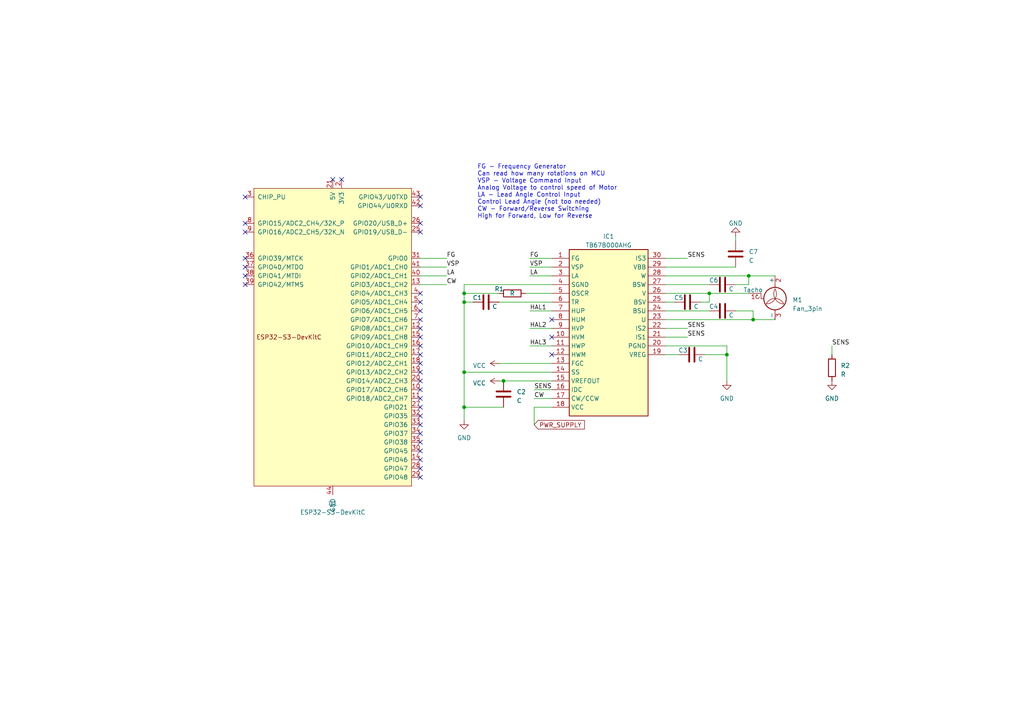
<source format=kicad_sch>
(kicad_sch (version 20230121) (generator eeschema)
  (paper "A4")
  (lib_symbols
    (symbol "Device:C" (pin_numbers hide) (pin_names (offset 0.254))
      (property "Reference" "C" (at 0.635 2.54 0))
      (property "Value" "C" (at 0.635 -2.54 0))
      (symbol "C_0_1"
        (polyline (pts (xy -2.032 -0.762) (xy 2.032 -0.762)) (stroke (width 0.508)))
        (polyline (pts (xy -2.032 0.762) (xy 2.032 0.762)) (stroke (width 0.508)))
      )
      (symbol "C_1_1"
        (pin passive line (at 0 3.81 270) (length 2.794) (name "~") (number "1"))
        (pin passive line (at 0 -3.81 90) (length 2.794) (name "~") (number "2"))
      )
    )
    (symbol "Device:R" (pin_numbers hide) (pin_names (offset 0))
      (property "Reference" "R" (at 2.032 0 90))
      (property "Value" "R" (at 0 0 90))
      (symbol "R_0_1"
        (rectangle (start -1.016 -2.54) (end 1.016 2.54) (stroke (width 0.254)))
      )
      (symbol "R_1_1"
        (pin passive line (at 0 3.81 270) (length 1.27) (name "~") (number "1"))
        (pin passive line (at 0 -3.81 90) (length 1.27) (name "~") (number "2"))
      )
    )
    (symbol "Espressif:ESP32-S3-DevKitC" (pin_names (offset 1.016))
      (property "Reference" "U" (at -22.86 48.26 0))
      (property "Value" "ESP32-S3-DevKitC" (at -22.86 45.72 0))
      (symbol "ESP32-S3-DevKitC_0_0"
        (text "ESP32-S3-DevKitC" (at -12.7 0 0) (effects (font (size 1.27 1.27))))
        (pin bidirectional line (at 25.4 -35.56 180) (length 2.54) (name "GPIO46") (number "14"))
        (pin bidirectional line (at 25.4 -10.16 180) (length 2.54) (name "GPIO13/ADC2_CH2") (number "19"))
        (pin bidirectional line (at -25.4 15.24 0) (length 2.54) (name "GPIO42/MTMS") (number "39"))
        (pin bidirectional line (at 25.4 17.78 180) (length 2.54) (name "GPIO2/ADC1_CH1") (number "40"))
        (pin bidirectional line (at 25.4 20.32 180) (length 2.54) (name "GPIO1/ADC1_CH0") (number "41"))
        (pin bidirectional line (at 25.4 38.1 180) (length 2.54) (name "GPIO44/U0RXD") (number "42"))
        (pin bidirectional line (at 25.4 40.64 180) (length 2.54) (name "GPIO43/U0TXD") (number "43"))
        (pin power_in line (at 0 -43.18 270) (length 2.54) (name "GND") (number "44"))
      )
      (symbol "ESP32-S3-DevKitC_0_1"
        (rectangle (start -22.86 43.18) (end 22.86 -43.18) (fill (type background)))
        (pin power_in line (at 2.54 45.72 270) (length 2.54) (name "3V3") (number "2"))
      )
      (symbol "ESP32-S3-DevKitC_1_1"
        (pin passive line (at 2.54 45.72 270) (length 2.54) hide (name "3V3") (number "1"))
        (pin bidirectional line (at 25.4 -15.24 180) (length 2.54) (name "GPIO17/ADC2_CH6") (number "10"))
        (pin bidirectional line (at 25.4 -17.78 180) (length 2.54) (name "GPIO18/ADC2_CH7") (number "11"))
        (pin bidirectional line (at 25.4 2.54 180) (length 2.54) (name "GPIO8/ADC1_CH7") (number "12"))
        (pin bidirectional line (at 25.4 15.24 180) (length 2.54) (name "GPIO3/ADC1_CH2") (number "13"))
        (pin bidirectional line (at 25.4 0 180) (length 2.54) (name "GPIO9/ADC1_CH8") (number "15"))
        (pin bidirectional line (at 25.4 -2.54 180) (length 2.54) (name "GPIO10/ADC1_CH9") (number "16"))
        (pin bidirectional line (at 25.4 -5.08 180) (length 2.54) (name "GPIO11/ADC2_CH0") (number "17"))
        (pin bidirectional line (at 25.4 -7.62 180) (length 2.54) (name "GPIO12/ADC2_CH1") (number "18"))
        (pin bidirectional line (at 25.4 -12.7 180) (length 2.54) (name "GPIO14/ADC2_CH3") (number "20"))
        (pin power_in line (at 0 45.72 270) (length 2.54) (name "5V") (number "21"))
        (pin passive line (at 0 -43.18 270) (length 2.54) hide (name "GND") (number "22"))
        (pin passive line (at 0 -43.18 270) (length 2.54) hide (name "GND") (number "23"))
        (pin passive line (at 0 -43.18 270) (length 2.54) hide (name "GND") (number "24"))
        (pin bidirectional line (at 25.4 30.48 180) (length 2.54) (name "GPIO19/USB_D-") (number "25"))
        (pin bidirectional line (at 25.4 33.02 180) (length 2.54) (name "GPIO20/USB_D+") (number "26"))
        (pin bidirectional line (at 25.4 -20.32 180) (length 2.54) (name "GPIO21") (number "27"))
        (pin bidirectional line (at 25.4 -38.1 180) (length 2.54) (name "GPIO47") (number "28"))
        (pin bidirectional line (at 25.4 -40.64 180) (length 2.54) (name "GPIO48") (number "29"))
        (pin input line (at -25.4 40.64 0) (length 2.54) (name "CHIP_PU") (number "3"))
        (pin bidirectional line (at 25.4 -33.02 180) (length 2.54) (name "GPIO45") (number "30"))
        (pin bidirectional line (at 25.4 22.86 180) (length 2.54) (name "GPIO0") (number "31"))
        (pin bidirectional line (at 25.4 -22.86 180) (length 2.54) (name "GPIO35") (number "32"))
        (pin bidirectional line (at 25.4 -25.4 180) (length 2.54) (name "GPIO36") (number "33"))
        (pin bidirectional line (at 25.4 -27.94 180) (length 2.54) (name "GPIO37") (number "34"))
        (pin bidirectional line (at 25.4 -30.48 180) (length 2.54) (name "GPIO38") (number "35"))
        (pin bidirectional line (at -25.4 22.86 0) (length 2.54) (name "GPIO39/MTCK") (number "36"))
        (pin bidirectional line (at -25.4 20.32 0) (length 2.54) (name "GPIO40/MTDO") (number "37"))
        (pin bidirectional line (at -25.4 17.78 0) (length 2.54) (name "GPIO41/MTDI") (number "38"))
        (pin bidirectional line (at 25.4 12.7 180) (length 2.54) (name "GPIO4/ADC1_CH3") (number "4"))
        (pin bidirectional line (at 25.4 10.16 180) (length 2.54) (name "GPIO5/ADC1_CH4") (number "5"))
        (pin bidirectional line (at 25.4 7.62 180) (length 2.54) (name "GPIO6/ADC1_CH5") (number "6"))
        (pin bidirectional line (at 25.4 5.08 180) (length 2.54) (name "GPIO7/ADC1_CH6") (number "7"))
        (pin bidirectional line (at -25.4 33.02 0) (length 2.54) (name "GPIO15/ADC2_CH4/32K_P") (number "8"))
        (pin bidirectional line (at -25.4 30.48 0) (length 2.54) (name "GPIO16/ADC2_CH5/32K_N") (number "9"))
      )
    )
    (symbol "Motor:Fan_3pin" (pin_names (offset 0))
      (property "Reference" "M" (at 2.54 2.54 0))
      (property "Value" "Fan_3pin" (at 2.54 -5.08 0))
      (symbol "Fan_3pin_0_0"
        (arc (start -5.588 -1.016) (mid -5.08 -1.5218) (end -4.572 -1.016))
        (arc (start -5.08 -0.508) (mid -5.4392 -0.6568) (end -5.588 -1.016))
        (polyline (pts (xy -5.08 -0.508) (xy -5.334 -0.381)))
        (polyline (pts (xy -5.08 -0.508) (xy -5.207 -0.762)))
        (polyline (pts (xy -4.064 0) (xy -4.064 -1.524) (xy -3.302 -1.524)))
      )
      (symbol "Fan_3pin_0_1"
        (arc (start -2.54 -3.048) (mid 0.0028 -1.6279) (end 0 1.27))
        (circle (center 0 -1.524) (radius 3.2512) (stroke (width 0.254)))
        (polyline (pts (xy -4.064 0) (xy -5.08 0)))
        (polyline (pts (xy 0 -7.62) (xy 0 -7.112)))
        (polyline (pts (xy 0 -4.7752) (xy 0 -5.1816)))
        (polyline (pts (xy 0 1.7272) (xy 0 2.0828)))
        (polyline (pts (xy 0 2.032) (xy 0 2.54)))
        (arc (start 0 1.27) (mid 0.053 -1.619) (end 2.54 -3.048))
        (arc (start 2.54 -3.048) (mid 0 -1.4782) (end -2.54 -3.048))
      )
      (symbol "Fan_3pin_1_1"
        (pin passive line (at -7.62 0 0) (length 2.54) (name "Tacho") (number "1"))
        (pin passive line (at 0 5.08 270) (length 2.54) (name "+") (number "2"))
        (pin passive line (at 0 -7.62 90) (length 2.54) (name "-") (number "3"))
      )
    )
    (symbol "TB67B000AHG:TB67B000AHG"
      (property "Reference" "IC" (at 29.21 7.62 0))
      (property "Value" "TB67B000AHG" (at 29.21 5.08 0))
      (symbol "TB67B000AHG_1_1"
        (rectangle (start 5.08 2.54) (end 27.94 -45.72) (stroke (width 0.254)) (fill (type background)))
        (pin passive line (at 0 0 0) (length 5.08) (name "FG") (number "1"))
        (pin passive line (at 0 -22.86 0) (length 5.08) (name "HVM") (number "10"))
        (pin passive line (at 0 -25.4 0) (length 5.08) (name "HWP") (number "11"))
        (pin passive line (at 0 -27.94 0) (length 5.08) (name "HWM") (number "12"))
        (pin passive line (at 0 -30.48 0) (length 5.08) (name "FGC") (number "13"))
        (pin passive line (at 0 -33.02 0) (length 5.08) (name "SS") (number "14"))
        (pin passive line (at 0 -35.56 0) (length 5.08) (name "VREFOUT") (number "15"))
        (pin passive line (at 0 -38.1 0) (length 5.08) (name "IDC") (number "16"))
        (pin passive line (at 0 -40.64 0) (length 5.08) (name "CW/CCW") (number "17"))
        (pin passive line (at 0 -43.18 0) (length 5.08) (name "VCC") (number "18"))
        (pin passive line (at 33.02 -27.94 180) (length 5.08) (name "VREG") (number "19"))
        (pin passive line (at 0 -2.54 0) (length 5.08) (name "VSP") (number "2"))
        (pin passive line (at 33.02 -25.4 180) (length 5.08) (name "PGND") (number "20"))
        (pin passive line (at 33.02 -22.86 180) (length 5.08) (name "IS1") (number "21"))
        (pin passive line (at 33.02 -20.32 180) (length 5.08) (name "IS2") (number "22"))
        (pin passive line (at 33.02 -17.78 180) (length 5.08) (name "U") (number "23"))
        (pin passive line (at 33.02 -15.24 180) (length 5.08) (name "BSU") (number "24"))
        (pin passive line (at 33.02 -12.7 180) (length 5.08) (name "BSV") (number "25"))
        (pin passive line (at 33.02 -10.16 180) (length 5.08) (name "V") (number "26"))
        (pin passive line (at 33.02 -7.62 180) (length 5.08) (name "BSW") (number "27"))
        (pin passive line (at 33.02 -5.08 180) (length 5.08) (name "W") (number "28"))
        (pin passive line (at 33.02 -2.54 180) (length 5.08) (name "VBB") (number "29"))
        (pin passive line (at 0 -5.08 0) (length 5.08) (name "LA") (number "3"))
        (pin passive line (at 33.02 0 180) (length 5.08) (name "IS3") (number "30"))
        (pin passive line (at 0 -7.62 0) (length 5.08) (name "SGND") (number "4"))
        (pin passive line (at 0 -10.16 0) (length 5.08) (name "OSCR") (number "5"))
        (pin passive line (at 0 -12.7 0) (length 5.08) (name "TR") (number "6"))
        (pin passive line (at 0 -15.24 0) (length 5.08) (name "HUP") (number "7"))
        (pin passive line (at 0 -17.78 0) (length 5.08) (name "HUM") (number "8"))
        (pin passive line (at 0 -20.32 0) (length 5.08) (name "HVP") (number "9"))
      )
    )
    (symbol "power:GND" (power) (pin_names (offset 0))
      (property "Value" "GND" (at 0 -3.81 0))
      (symbol "GND_0_1"
        (polyline (pts (xy 0 0) (xy 0 -1.27) (xy 1.27 -1.27) (xy 0 -2.54) (xy -1.27 -1.27) (xy 0 -1.27)))
      )
      (symbol "GND_1_1"
        (pin power_in line (at 0 0 270) (length 0) hide (name "GND") (number "1"))
      )
    )
    (symbol "power:VCC" (power) (pin_names (offset 0))
      (property "Value" "VCC" (at 0 3.81 0))
      (symbol "VCC_0_1"
        (polyline (pts (xy -0.762 1.27) (xy 0 2.54)))
        (polyline (pts (xy 0 0) (xy 0 2.54)))
        (polyline (pts (xy 0 2.54) (xy 0.762 1.27)))
      )
      (symbol "VCC_1_1"
        (pin power_in line (at 0 0 90) (length 0) hide (name "VCC") (number "1"))
      )
    )
  )
  (junction (at 134.62 107.95))
  (junction (at 134.62 118.11))
  (junction (at 205.74 85.09))
  (junction (at 134.62 87.63))
  (junction (at 210.82 102.87))
  (junction (at 218.44 92.71))
  (junction (at 146.05 110.49))
  (junction (at 217.17 80.01))
  (junction (at 134.62 85.09))
  (no_connect (at 121.92 87.63))
  (no_connect (at 121.92 92.71))
  (no_connect (at 121.92 118.11))
  (no_connect (at 160.02 97.79))
  (no_connect (at 121.92 133.35))
  (no_connect (at 121.92 115.57))
  (no_connect (at 71.12 77.47))
  (no_connect (at 71.12 64.77))
  (no_connect (at 121.92 123.19))
  (no_connect (at 121.92 102.87))
  (no_connect (at 121.92 95.25))
  (no_connect (at 121.92 90.17))
  (no_connect (at 121.92 85.09))
  (no_connect (at 121.92 128.27))
  (no_connect (at 121.92 138.43))
  (no_connect (at 121.92 135.89))
  (no_connect (at 96.52 52.07))
  (no_connect (at 71.12 67.31))
  (no_connect (at 121.92 110.49))
  (no_connect (at 121.92 97.79))
  (no_connect (at 71.12 82.55))
  (no_connect (at 121.92 107.95))
  (no_connect (at 71.12 74.93))
  (no_connect (at 121.92 57.15))
  (no_connect (at 99.06 52.07))
  (no_connect (at 160.02 102.87))
  (no_connect (at 71.12 57.15))
  (no_connect (at 121.92 113.03))
  (no_connect (at 121.92 100.33))
  (no_connect (at 121.92 120.65))
  (no_connect (at 121.92 130.81))
  (no_connect (at 160.02 92.71))
  (no_connect (at 121.92 59.69))
  (no_connect (at 121.92 105.41))
  (no_connect (at 121.92 125.73))
  (no_connect (at 71.12 80.01))
  (no_connect (at 121.92 67.31))
  (no_connect (at 121.92 64.77))
  (wire (pts (xy 144.78 87.63) (xy 160.02 87.63)))
  (wire (pts (xy 134.62 107.95) (xy 134.62 118.11)))
  (wire (pts (xy 217.17 82.55) (xy 217.17 80.01)))
  (wire (pts (xy 210.82 100.33) (xy 193.04 100.33)))
  (wire (pts (xy 193.04 82.55) (xy 205.74 82.55)))
  (wire (pts (xy 203.2 87.63) (xy 205.74 87.63)))
  (wire (pts (xy 144.78 110.49) (xy 146.05 110.49)))
  (wire (pts (xy 154.94 118.11) (xy 154.94 123.19)))
  (wire (pts (xy 153.67 74.93) (xy 160.02 74.93)))
  (wire (pts (xy 154.94 113.03) (xy 160.02 113.03)))
  (wire (pts (xy 213.36 82.55) (xy 217.17 82.55)))
  (wire (pts (xy 134.62 118.11) (xy 146.05 118.11)))
  (wire (pts (xy 193.04 97.79) (xy 199.39 97.79)))
  (wire (pts (xy 218.44 92.71) (xy 224.79 92.71)))
  (wire (pts (xy 205.74 87.63) (xy 205.74 85.09)))
  (wire (pts (xy 193.04 77.47) (xy 213.36 77.47)))
  (wire (pts (xy 121.92 74.93) (xy 129.54 74.93)))
  (wire (pts (xy 193.04 74.93) (xy 199.39 74.93)))
  (wire (pts (xy 218.44 90.17) (xy 218.44 92.71)))
  (wire (pts (xy 153.67 80.01) (xy 160.02 80.01)))
  (wire (pts (xy 134.62 87.63) (xy 137.16 87.63)))
  (wire (pts (xy 217.17 80.01) (xy 224.79 80.01)))
  (wire (pts (xy 160.02 118.11) (xy 154.94 118.11)))
  (wire (pts (xy 153.67 77.47) (xy 160.02 77.47)))
  (wire (pts (xy 205.74 85.09) (xy 217.17 85.09)))
  (wire (pts (xy 153.67 100.33) (xy 160.02 100.33)))
  (wire (pts (xy 121.92 77.47) (xy 129.54 77.47)))
  (wire (pts (xy 193.04 87.63) (xy 195.58 87.63)))
  (wire (pts (xy 204.47 102.87) (xy 210.82 102.87)))
  (wire (pts (xy 210.82 110.49) (xy 210.82 102.87)))
  (wire (pts (xy 146.05 110.49) (xy 160.02 110.49)))
  (wire (pts (xy 134.62 107.95) (xy 160.02 107.95)))
  (wire (pts (xy 153.67 95.25) (xy 160.02 95.25)))
  (wire (pts (xy 193.04 90.17) (xy 205.74 90.17)))
  (wire (pts (xy 160.02 82.55) (xy 134.62 82.55)))
  (wire (pts (xy 210.82 102.87) (xy 210.82 100.33)))
  (wire (pts (xy 134.62 118.11) (xy 134.62 121.92)))
  (wire (pts (xy 193.04 95.25) (xy 199.39 95.25)))
  (wire (pts (xy 193.04 85.09) (xy 205.74 85.09)))
  (wire (pts (xy 241.3 100.33) (xy 241.3 102.87)))
  (wire (pts (xy 213.36 90.17) (xy 218.44 90.17)))
  (wire (pts (xy 134.62 85.09) (xy 134.62 87.63)))
  (wire (pts (xy 134.62 82.55) (xy 134.62 85.09)))
  (wire (pts (xy 134.62 85.09) (xy 144.78 85.09)))
  (wire (pts (xy 144.78 105.41) (xy 160.02 105.41)))
  (wire (pts (xy 134.62 87.63) (xy 134.62 107.95)))
  (wire (pts (xy 153.67 90.17) (xy 160.02 90.17)))
  (wire (pts (xy 152.4 85.09) (xy 160.02 85.09)))
  (wire (pts (xy 193.04 92.71) (xy 218.44 92.71)))
  (wire (pts (xy 213.36 69.85) (xy 213.36 68.58)))
  (wire (pts (xy 121.92 80.01) (xy 129.54 80.01)))
  (wire (pts (xy 154.94 115.57) (xy 160.02 115.57)))
  (wire (pts (xy 193.04 80.01) (xy 217.17 80.01)))
  (wire (pts (xy 193.04 102.87) (xy 196.85 102.87)))
  (wire (pts (xy 121.92 82.55) (xy 129.54 82.55)))
  (text "FG - Frequency Generator\nCan read how many rotations on MCU\nVSP - Voltage Command Input\nAnalog Voltage to control speed of Motor\nLA - Lead Angle Control Input\nControl Lead Angle (not too needed)\nCW - Forward/Reverse Switching\nHigh for Forward, Low for Reverse" (at 138.43 63.5 0) (effects (font (size 1.27 1.27)) (justify left bottom)))
  (label "LA" (at 129.54 80.01 0))
  (label "HAL3" (at 153.67 100.33 0))
  (label "FG" (at 129.54 74.93 0))
  (label "SENS" (at 199.39 97.79 0))
  (label "VSP" (at 153.67 77.47 0))
  (label "HAL1" (at 153.67 90.17 0))
  (label "SENS" (at 199.39 74.93 0))
  (label "CW" (at 154.94 115.57 0))
  (label "LA" (at 153.67 80.01 0))
  (label "SENS" (at 241.3 100.33 0))
  (label "FG" (at 153.67 74.93 0))
  (label "SENS" (at 199.39 95.25 0))
  (label "HAL2" (at 153.67 95.25 0))
  (label "CW" (at 129.54 82.55 0))
  (label "SENS" (at 154.94 113.03 0))
  (label "VSP" (at 129.54 77.47 0))
  (global_label "PWR_SUPPLY" (shape input) (at 154.94 123.19 0) (property "Intersheetrefs" "${INTERSHEET_REFS}" (effects hide)))
  (symbol (lib_id "Device:R") (at 241.3 106.68 0) (unit 1)
    (property "Reference" "R2" (at 243.84 106.045 0) (effects (justify left)))
    (property "Value" "R" (at 243.84 108.585 0) (effects (justify left)))
  )
  (symbol (lib_id "TB67B000AHG:TB67B000AHG") (at 160.02 74.93 0) (unit 1)
    (property "Reference" "IC1" (at 176.53 68.58 0))
    (property "Value" "TB67B000AHG" (at 176.53 71.12 0))
    (property "Footprint" "TB67B000AHG" (effects hide))
    (property "Datasheet" "https://toshiba.semicon-storage.com/ap-en/semiconductor/product/motor-driver-ics/brushless-dc-motor-driver-ics/detail.TB67B000AHG.html" (effects hide))
    (property "Height" "3.725" (effects hide))
    (property "Manufacturer_Name" "Toshiba" (effects hide))
    (property "Manufacturer_Part_Number" "TB67B000AHG" (effects hide))
    (property "Mouser Part Number" "757-TB67B000AHG" (effects hide))
    (property "Mouser Price/Stock" "https://www.mouser.co.uk/ProductDetail/Toshiba/TB67B000AHG?qs=RcG8xmE7yp06ZwRr9NwmDg%3D%3D" (effects hide))
  )
  (symbol (lib_id "power:GND") (at 241.3 110.49 0) (unit 1)
    (property "Reference" "#PWR06" (effects hide))
    (property "Value" "GND" (at 241.3 115.57 0))
  )
  (symbol (lib_id "Device:C") (at 200.66 102.87 90) (unit 1)
    (property "Reference" "C3" (at 198.12 101.6 90))
    (property "Value" "C" (at 203.2 104.14 90))
  )
  (symbol (lib_id "Device:R") (at 148.59 85.09 90) (unit 1)
    (property "Reference" "R1" (at 144.78 83.82 90))
    (property "Value" "R" (at 148.59 85.09 90))
  )
  (symbol (lib_id "Device:C") (at 209.55 90.17 90) (unit 1)
    (property "Reference" "C4" (at 207.01 88.9 90))
    (property "Value" "C" (at 212.09 91.44 90))
  )
  (symbol (lib_id "Espressif:ESP32-S3-DevKitC") (at 96.52 97.79 0) (unit 1)
    (property "Reference" "U1" (at 96.52 146.05 0))
    (property "Value" "ESP32-S3-DevKitC" (at 96.52 148.59 0))
    (property "Footprint" "Espressif:ESP32-S3-DevKitC" (effects hide))
  )
  (symbol (lib_id "power:GND") (at 213.36 68.58 180) (unit 1)
    (property "Reference" "#PWR05" (effects hide))
    (property "Value" "GND" (at 213.36 64.77 0))
  )
  (symbol (lib_id "power:VCC") (at 144.78 110.49 90) (unit 1)
    (property "Reference" "#PWR02" (effects hide))
    (property "Value" "VCC" (at 140.97 111.125 90) (effects (justify left)))
  )
  (symbol (lib_id "Device:C") (at 146.05 114.3 0) (unit 1)
    (property "Reference" "C2" (at 149.86 113.665 0) (effects (justify left)))
    (property "Value" "C" (at 149.86 116.205 0) (effects (justify left)))
  )
  (symbol (lib_id "Device:C") (at 199.39 87.63 90) (unit 1)
    (property "Reference" "C5" (at 196.85 86.36 90))
    (property "Value" "C" (at 201.93 88.9 90))
  )
  (symbol (lib_id "Device:C") (at 209.55 82.55 90) (unit 1)
    (property "Reference" "C6" (at 207.01 81.28 90))
    (property "Value" "C" (at 212.09 83.82 90))
  )
  (symbol (lib_id "Device:C") (at 140.97 87.63 90) (unit 1)
    (property "Reference" "C1" (at 138.43 86.36 90))
    (property "Value" "C" (at 143.51 88.9 90))
  )
  (symbol (lib_id "Motor:Fan_3pin") (at 224.79 85.09 0) (unit 1)
    (property "Reference" "M1" (at 229.87 86.995 0) (effects (justify left)))
    (property "Value" "Fan_3pin" (at 229.87 89.535 0) (effects (justify left)))
    (property "Datasheet" "http://www.hardwarecanucks.com/forum/attachments/new-builds/16287d1330775095-help-chassis-power-fan-connectors-motherboard-asus_p8z68.jpg" (effects hide))
  )
  (symbol (lib_id "power:GND") (at 134.62 121.92 0) (unit 1)
    (property "Reference" "#PWR01" (effects hide))
    (property "Value" "GND" (at 134.62 127 0))
  )
  (symbol (lib_id "power:GND") (at 210.82 110.49 0) (unit 1)
    (property "Reference" "#PWR04" (effects hide))
    (property "Value" "GND" (at 210.82 115.57 0))
  )
  (symbol (lib_id "power:VCC") (at 144.78 105.41 90) (unit 1)
    (property "Reference" "#PWR03" (effects hide))
    (property "Value" "VCC" (at 140.97 106.045 90) (effects (justify left)))
  )
  (symbol (lib_id "Device:C") (at 213.36 73.66 0) (unit 1)
    (property "Reference" "C7" (at 217.17 73.025 0) (effects (justify left)))
    (property "Value" "C" (at 217.17 75.565 0) (effects (justify left)))
  )
)
</source>
